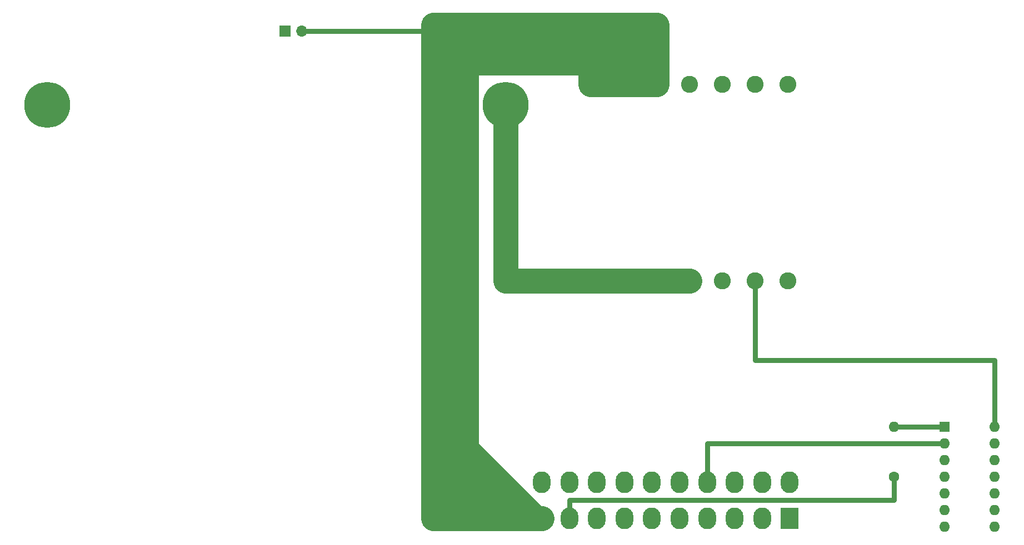
<source format=gtl>
G04 #@! TF.GenerationSoftware,KiCad,Pcbnew,(6.0.6)*
G04 #@! TF.CreationDate,2022-12-15T15:42:19-06:00*
G04 #@! TF.ProjectId,X6800 PicoPSU v2,58363830-3020-4506-9963-6f5053552076,rev?*
G04 #@! TF.SameCoordinates,Original*
G04 #@! TF.FileFunction,Copper,L1,Top*
G04 #@! TF.FilePolarity,Positive*
%FSLAX46Y46*%
G04 Gerber Fmt 4.6, Leading zero omitted, Abs format (unit mm)*
G04 Created by KiCad (PCBNEW (6.0.6)) date 2022-12-15 15:42:19*
%MOMM*%
%LPD*%
G01*
G04 APERTURE LIST*
G04 #@! TA.AperFunction,ComponentPad*
%ADD10C,7.000000*%
G04 #@! TD*
G04 #@! TA.AperFunction,ComponentPad*
%ADD11C,0.800000*%
G04 #@! TD*
G04 #@! TA.AperFunction,ComponentPad*
%ADD12C,2.600000*%
G04 #@! TD*
G04 #@! TA.AperFunction,ComponentPad*
%ADD13R,2.600000X2.600000*%
G04 #@! TD*
G04 #@! TA.AperFunction,ComponentPad*
%ADD14O,2.700000X3.300000*%
G04 #@! TD*
G04 #@! TA.AperFunction,ComponentPad*
%ADD15R,2.700000X3.300000*%
G04 #@! TD*
G04 #@! TA.AperFunction,ComponentPad*
%ADD16O,1.600000X1.600000*%
G04 #@! TD*
G04 #@! TA.AperFunction,ComponentPad*
%ADD17R,1.600000X1.600000*%
G04 #@! TD*
G04 #@! TA.AperFunction,ComponentPad*
%ADD18C,1.600000*%
G04 #@! TD*
G04 #@! TA.AperFunction,ComponentPad*
%ADD19O,1.700000X1.700000*%
G04 #@! TD*
G04 #@! TA.AperFunction,ComponentPad*
%ADD20R,1.700000X1.700000*%
G04 #@! TD*
G04 #@! TA.AperFunction,Conductor*
%ADD21C,0.250000*%
G04 #@! TD*
G04 #@! TA.AperFunction,Conductor*
%ADD22C,0.800000*%
G04 #@! TD*
G04 #@! TA.AperFunction,Conductor*
%ADD23C,3.800000*%
G04 #@! TD*
G04 #@! TA.AperFunction,Conductor*
%ADD24C,3.500000*%
G04 #@! TD*
G04 APERTURE END LIST*
D10*
X134025000Y-65175000D03*
D11*
X136650000Y-65175000D03*
X135881155Y-67031155D03*
X134025000Y-67800000D03*
X132168845Y-67031155D03*
X131400000Y-65175000D03*
X132168845Y-63318845D03*
X134025000Y-62550000D03*
X135881155Y-63318845D03*
D12*
X177000000Y-92000000D03*
X172000000Y-92000000D03*
X167000000Y-92000000D03*
X162000000Y-92000000D03*
X157000000Y-92000000D03*
X152000000Y-92000000D03*
D13*
X147000000Y-92000000D03*
D14*
X139500000Y-122700000D03*
X143700000Y-122700000D03*
X147900000Y-122700000D03*
X152100000Y-122700000D03*
X156300000Y-122700000D03*
X160500000Y-122700000D03*
X164700000Y-122700000D03*
X168900000Y-122700000D03*
X173100000Y-122700000D03*
X177300000Y-122700000D03*
X139500000Y-128200000D03*
X143700000Y-128200000D03*
X147900000Y-128200000D03*
X152100000Y-128200000D03*
X156300000Y-128200000D03*
X160500000Y-128200000D03*
X164700000Y-128200000D03*
X168900000Y-128200000D03*
X173100000Y-128200000D03*
D15*
X177300000Y-128200000D03*
D16*
X208520000Y-114280000D03*
X200900000Y-129520000D03*
X208520000Y-116820000D03*
X200900000Y-126980000D03*
X208520000Y-119360000D03*
X200900000Y-124440000D03*
X208520000Y-121900000D03*
X200900000Y-121900000D03*
X208520000Y-124440000D03*
X200900000Y-119360000D03*
X208520000Y-126980000D03*
X200900000Y-116820000D03*
X208520000Y-129520000D03*
D17*
X200900000Y-114280000D03*
D16*
X193228734Y-114280000D03*
D18*
X193228734Y-121900000D03*
D19*
X102908100Y-53908960D03*
D20*
X100368100Y-53908960D03*
D13*
X147000000Y-62000000D03*
D12*
X152000000Y-62000000D03*
X157000000Y-62000000D03*
X162000000Y-62000000D03*
X167000000Y-62000000D03*
X172000000Y-62000000D03*
X177000000Y-62000000D03*
D11*
X66031155Y-63318845D03*
X64175000Y-62550000D03*
X62318845Y-63318845D03*
X61550000Y-65175000D03*
X62318845Y-67031155D03*
X64175000Y-67800000D03*
X66031155Y-67031155D03*
X66800000Y-65175000D03*
D10*
X64175000Y-65175000D03*
D21*
X193363925Y-114280000D02*
X193228734Y-114144809D01*
D22*
X200900000Y-114280000D02*
X193100000Y-114280000D01*
X172000000Y-92000000D02*
X172000000Y-104100000D01*
D21*
X172000000Y-104000000D02*
X172100000Y-104100000D01*
D22*
X172000000Y-104100000D02*
X208520000Y-104100000D01*
X208520000Y-104100000D02*
X208520000Y-114280000D01*
D21*
X208600000Y-104100000D02*
X208520000Y-104180000D01*
D22*
X200900000Y-116820000D02*
X164700000Y-116820000D01*
X164700000Y-116820000D02*
X164700000Y-122700000D01*
X143700000Y-128200000D02*
X143700000Y-125450000D01*
X143700000Y-125450000D02*
X193228734Y-125450000D01*
X193228734Y-125450000D02*
X193228734Y-121900000D01*
D21*
X193200000Y-125400000D02*
X193228734Y-125371266D01*
D23*
X134025000Y-92000000D02*
X134025000Y-65175000D01*
D21*
X134300000Y-92000000D02*
X134025000Y-91725000D01*
D23*
X162000000Y-92000000D02*
X134025000Y-92000000D01*
X139500000Y-128200000D02*
X123000000Y-128200000D01*
D24*
X152000000Y-53000000D02*
X152000000Y-62000000D01*
D21*
X151900000Y-54900000D02*
X152000000Y-55000000D01*
D23*
X157000000Y-62000000D02*
X157000000Y-53000000D01*
X147000000Y-62000000D02*
X147000000Y-53000000D01*
D21*
X147000000Y-55900000D02*
X146900000Y-55800000D01*
D24*
X123000000Y-55800000D02*
X157000000Y-55800000D01*
D23*
X123000000Y-53000000D02*
X157000000Y-53000000D01*
X123000000Y-128200000D02*
X123000000Y-53000000D01*
X127500000Y-121600000D02*
X133500000Y-127600000D01*
D22*
X102908100Y-53908960D02*
X122091040Y-53908960D01*
D23*
X157000000Y-62000000D02*
X147000000Y-62000000D01*
D24*
X157000000Y-58800000D02*
X147000000Y-58800000D01*
X123000000Y-58900000D02*
X157000000Y-58900000D01*
X125700000Y-128200000D02*
X125700000Y-53000000D01*
D23*
X128000000Y-128200000D02*
X128000000Y-53000000D01*
X128300000Y-117900000D02*
X138300000Y-127900000D01*
M02*

</source>
